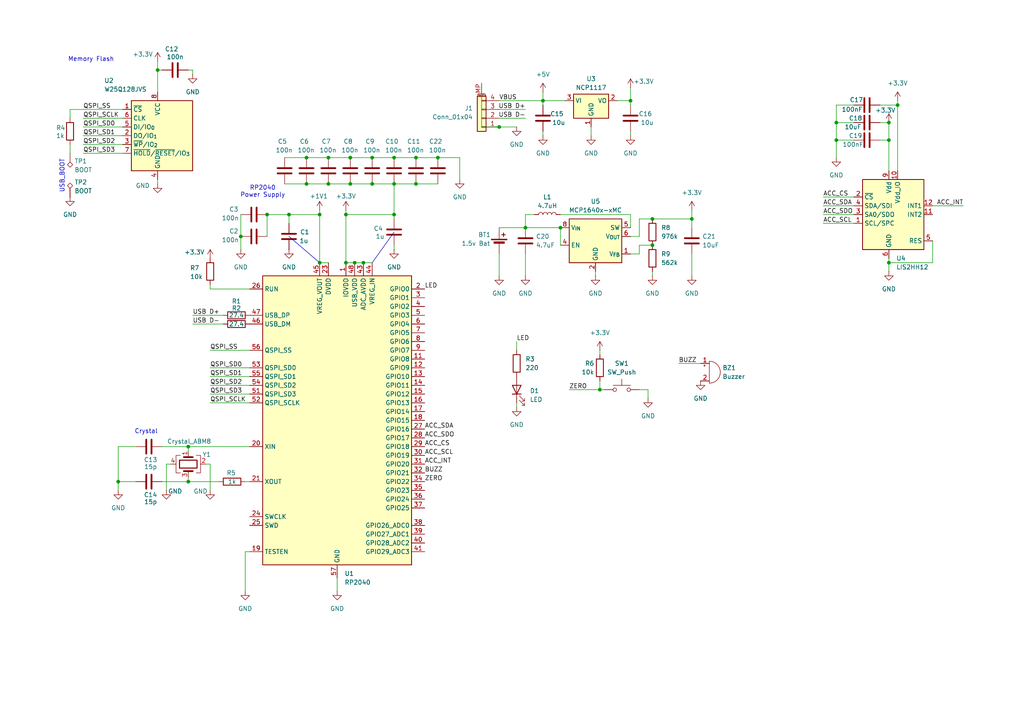
<source format=kicad_sch>
(kicad_sch (version 20250114) (generator "eeschema") (generator_version "9.0")
  (paper "A4")
  (lib_symbols
    (symbol "Connector:TestPoint_Alt" (pin_numbers (hide yes)) (pin_names (offset 0.762) (hide yes))
      (property "Reference" "TP" (at 0 6.858 0))
      (property "Value" "TestPoint_Alt" (at 0 5.08 0))
      (symbol "TestPoint_Alt_0_1"
        (polyline (pts (xy 0 2.54) (xy -0.762 3.302) (xy 0 4.064) (xy 0.762 3.302) (xy 0 2.54)))
      )
      (symbol "TestPoint_Alt_1_1"
        (pin passive line (at 0 0 90) (length 2.54) (name "1") (number "1"))
      )
    )
    (symbol "Connector_Generic_MountingPin:Conn_01x04_MountingPin" (pin_names (offset 1.016) (hide yes))
      (property "Reference" "J" (at 0 5.08 0))
      (property "Value" "Conn_01x04_MountingPin" (at 1.27 -7.62 0))
      (symbol "Conn_01x04_MountingPin_1_1"
        (rectangle (start -1.27 3.81) (end 1.27 -6.35) (stroke (width 0.254)) (fill (type background)))
        (rectangle (start -1.27 2.667) (end 0 2.413) (stroke (width 0.1524)))
        (rectangle (start -1.27 0.127) (end 0 -0.127) (stroke (width 0.1524)))
        (rectangle (start -1.27 -2.413) (end 0 -2.667) (stroke (width 0.1524)))
        (rectangle (start -1.27 -4.953) (end 0 -5.207) (stroke (width 0.1524)))
        (polyline (pts (xy -1.016 -7.112) (xy 1.016 -7.112)) (stroke (width 0.1524)))
        (text "Mounting" (at 0 -6.731 0) (effects (font (size 0.381 0.381))))
        (pin passive line (at -5.08 2.54 0) (length 3.81) (name "Pin_1") (number "1"))
        (pin passive line (at -5.08 0 0) (length 3.81) (name "Pin_2") (number "2"))
        (pin passive line (at -5.08 -2.54 0) (length 3.81) (name "Pin_3") (number "3"))
        (pin passive line (at -5.08 -5.08 0) (length 3.81) (name "Pin_4") (number "4"))
        (pin passive line (at 0 -10.16 90) (length 3.048) (name "MountPin") (number "MP"))
      )
    )
    (symbol "Device:Battery_Cell" (pin_numbers (hide yes)) (pin_names (offset 0) (hide yes))
      (property "Reference" "BT" (at 2.54 2.54 0))
      (property "Value" "Battery_Cell" (at 2.54 0 0))
      (symbol "Battery_Cell_0_1"
        (rectangle (start -2.286 1.778) (end 2.286 1.524) (fill (type outline)))
        (rectangle (start -1.524 1.016) (end 1.524 0.508) (fill (type outline)))
        (polyline (pts (xy 0 1.778) (xy 0 2.54)))
        (polyline (pts (xy 0 0.762) (xy 0 0)))
        (polyline (pts (xy 0.762 3.048) (xy 1.778 3.048)) (stroke (width 0.254)))
        (polyline (pts (xy 1.27 3.556) (xy 1.27 2.54)) (stroke (width 0.254)))
      )
      (symbol "Battery_Cell_1_1"
        (pin passive line (at 0 5.08 270) (length 2.54) (name "+") (number "1"))
        (pin passive line (at 0 -2.54 90) (length 2.54) (name "-") (number "2"))
      )
    )
    (symbol "Device:Buzzer" (pin_names (offset 0.0254) (hide yes))
      (property "Reference" "BZ" (at 3.81 1.27 0))
      (property "Value" "Buzzer" (at 3.81 -1.27 0))
      (symbol "Buzzer_0_1"
        (polyline (pts (xy -1.651 1.905) (xy -1.143 1.905)))
        (polyline (pts (xy -1.397 2.159) (xy -1.397 1.651)))
        (arc (start 0 3.175) (mid 3.1612 0) (end 0 -3.175))
        (polyline (pts (xy 0 3.175) (xy 0 -3.175)))
      )
      (symbol "Buzzer_1_1"
        (pin passive line (at -2.54 2.54 0) (length 2.54) (name "+") (number "1"))
        (pin passive line (at -2.54 -2.54 0) (length 2.54) (name "-") (number "2"))
      )
    )
    (symbol "Device:C" (pin_numbers (hide yes)) (pin_names (offset 0.254))
      (property "Reference" "C" (at 0.635 2.54 0))
      (property "Value" "C" (at 0.635 -2.54 0))
      (symbol "C_0_1"
        (polyline (pts (xy -2.032 0.762) (xy 2.032 0.762)) (stroke (width 0.508)))
        (polyline (pts (xy -2.032 -0.762) (xy 2.032 -0.762)) (stroke (width 0.508)))
      )
      (symbol "C_1_1"
        (pin passive line (at 0 3.81 270) (length 2.794) (name "~") (number "1"))
        (pin passive line (at 0 -3.81 90) (length 2.794) (name "~") (number "2"))
      )
    )
    (symbol "Device:Crystal_GND24" (pin_names (offset 1.016) (hide yes))
      (property "Reference" "Y" (at 3.175 5.08 0))
      (property "Value" "Crystal_GND24" (at 3.175 3.175 0))
      (symbol "Crystal_GND24_0_1"
        (polyline (pts (xy -2.54 2.286) (xy -2.54 3.556) (xy 2.54 3.556) (xy 2.54 2.286)))
        (polyline (pts (xy -2.54 0) (xy -2.032 0)))
        (polyline (pts (xy -2.54 -2.286) (xy -2.54 -3.556) (xy 2.54 -3.556) (xy 2.54 -2.286)))
        (polyline (pts (xy -2.032 -1.27) (xy -2.032 1.27)) (stroke (width 0.508)))
        (rectangle (start -1.143 2.54) (end 1.143 -2.54) (stroke (width 0.3048)))
        (polyline (pts (xy 0 3.556) (xy 0 3.81)))
        (polyline (pts (xy 0 -3.81) (xy 0 -3.556)))
        (polyline (pts (xy 2.032 0) (xy 2.54 0)))
        (polyline (pts (xy 2.032 -1.27) (xy 2.032 1.27)) (stroke (width 0.508)))
      )
      (symbol "Crystal_GND24_1_1"
        (pin passive line (at -3.81 0 0) (length 1.27) (name "1") (number "1"))
        (pin passive line (at 0 5.08 270) (length 1.27) (name "2") (number "2"))
        (pin passive line (at 0 -5.08 90) (length 1.27) (name "4") (number "4"))
        (pin passive line (at 3.81 0 180) (length 1.27) (name "3") (number "3"))
      )
    )
    (symbol "Device:L" (pin_numbers (hide yes)) (pin_names (offset 1.016) (hide yes))
      (property "Reference" "L" (at -1.27 0 90))
      (property "Value" "L" (at 1.905 0 90))
      (symbol "L_0_1"
        (arc (start 0 2.54) (mid 0.6323 1.905) (end 0 1.27))
        (arc (start 0 1.27) (mid 0.6323 0.635) (end 0 0))
        (arc (start 0 0) (mid 0.6323 -0.635) (end 0 -1.27))
        (arc (start 0 -1.27) (mid 0.6323 -1.905) (end 0 -2.54))
      )
      (symbol "L_1_1"
        (pin passive line (at 0 3.81 270) (length 1.27) (name "1") (number "1"))
        (pin passive line (at 0 -3.81 90) (length 1.27) (name "2") (number "2"))
      )
    )
    (symbol "Device:LED" (pin_numbers (hide yes)) (pin_names (offset 1.016) (hide yes))
      (property "Reference" "D" (at 0 2.54 0))
      (property "Value" "LED" (at 0 -2.54 0))
      (symbol "LED_0_1"
        (polyline (pts (xy -3.048 -0.762) (xy -4.572 -2.286) (xy -3.81 -2.286) (xy -4.572 -2.286) (xy -4.572 -1.524)))
        (polyline (pts (xy -1.778 -0.762) (xy -3.302 -2.286) (xy -2.54 -2.286) (xy -3.302 -2.286) (xy -3.302 -1.524)))
        (polyline (pts (xy -1.27 0) (xy 1.27 0)))
        (polyline (pts (xy -1.27 -1.27) (xy -1.27 1.27)) (stroke (width 0.254)))
        (polyline (pts (xy 1.27 -1.27) (xy 1.27 1.27) (xy -1.27 0) (xy 1.27 -1.27)) (stroke (width 0.254)))
      )
      (symbol "LED_1_1"
        (pin passive line (at -3.81 0 0) (length 2.54) (name "K") (number "1"))
        (pin passive line (at 3.81 0 180) (length 2.54) (name "A") (number "2"))
      )
    )
    (symbol "Device:R" (pin_numbers (hide yes)) (pin_names (offset 0))
      (property "Reference" "R" (at 2.032 0 90))
      (property "Value" "R" (at 0 0 90))
      (symbol "R_0_1"
        (rectangle (start -1.016 -2.54) (end 1.016 2.54) (stroke (width 0.254)))
      )
      (symbol "R_1_1"
        (pin passive line (at 0 3.81 270) (length 1.27) (name "~") (number "1"))
        (pin passive line (at 0 -3.81 90) (length 1.27) (name "~") (number "2"))
      )
    )
    (symbol "MCU_RaspberryPi:RP2040"
      (property "Reference" "U" (at 17.78 45.72 0))
      (property "Value" "RP2040" (at 17.78 43.18 0))
      (symbol "RP2040_0_1"
        (rectangle (start -21.59 41.91) (end 21.59 -41.91) (stroke (width 0.254)) (fill (type background)))
      )
      (symbol "RP2040_1_1"
        (pin input line (at -25.4 38.1 0) (length 3.81) (name "RUN") (number "26"))
        (pin bidirectional line (at -25.4 30.48 0) (length 3.81) (name "USB_DP") (number "47"))
        (pin bidirectional line (at -25.4 27.94 0) (length 3.81) (name "USB_DM") (number "46"))
        (pin bidirectional line (at -25.4 20.32 0) (length 3.81) (name "QSPI_SS") (number "56"))
        (pin bidirectional line (at -25.4 15.24 0) (length 3.81) (name "QSPI_SD0") (number "53"))
        (pin bidirectional line (at -25.4 12.7 0) (length 3.81) (name "QSPI_SD1") (number "55"))
        (pin bidirectional line (at -25.4 10.16 0) (length 3.81) (name "QSPI_SD2") (number "54"))
        (pin bidirectional line (at -25.4 7.62 0) (length 3.81) (name "QSPI_SD3") (number "51"))
        (pin output line (at -25.4 5.08 0) (length 3.81) (name "QSPI_SCLK") (number "52"))
        (pin input line (at -25.4 -7.62 0) (length 3.81) (name "XIN") (number "20"))
        (pin passive line (at -25.4 -17.78 0) (length 3.81) (name "XOUT") (number "21"))
        (pin input line (at -25.4 -27.94 0) (length 3.81) (name "SWCLK") (number "24"))
        (pin bidirectional line (at -25.4 -30.48 0) (length 3.81) (name "SWD") (number "25"))
        (pin input line (at -25.4 -38.1 0) (length 3.81) (name "TESTEN") (number "19"))
        (pin power_out line (at -5.08 45.72 270) (length 3.81) (name "VREG_VOUT") (number "45"))
        (pin power_in line (at -2.54 45.72 270) (length 3.81) (name "DVDD") (number "23"))
        (pin passive line (at -2.54 45.72 270) (length 3.81) (hide yes) (name "DVDD") (number "50"))
        (pin power_in line (at 0 -45.72 90) (length 3.81) (name "GND") (number "57"))
        (pin power_in line (at 2.54 45.72 270) (length 3.81) (name "IOVDD") (number "1"))
        (pin passive line (at 2.54 45.72 270) (length 3.81) (hide yes) (name "IOVDD") (number "10"))
        (pin passive line (at 2.54 45.72 270) (length 3.81) (hide yes) (name "IOVDD") (number "22"))
        (pin passive line (at 2.54 45.72 270) (length 3.81) (hide yes) (name "IOVDD") (number "33"))
        (pin passive line (at 2.54 45.72 270) (length 3.81) (hide yes) (name "IOVDD") (number "42"))
        (pin passive line (at 2.54 45.72 270) (length 3.81) (hide yes) (name "IOVDD") (number "49"))
        (pin power_in line (at 5.08 45.72 270) (length 3.81) (name "USB_VDD") (number "48"))
        (pin power_in line (at 7.62 45.72 270) (length 3.81) (name "ADC_AVDD") (number "43"))
        (pin power_in line (at 10.16 45.72 270) (length 3.81) (name "VREG_IN") (number "44"))
        (pin bidirectional line (at 25.4 38.1 180) (length 3.81) (name "GPIO0") (number "2"))
        (pin bidirectional line (at 25.4 35.56 180) (length 3.81) (name "GPIO1") (number "3"))
        (pin bidirectional line (at 25.4 33.02 180) (length 3.81) (name "GPIO2") (number "4"))
        (pin bidirectional line (at 25.4 30.48 180) (length 3.81) (name "GPIO3") (number "5"))
        (pin bidirectional line (at 25.4 27.94 180) (length 3.81) (name "GPIO4") (number "6"))
        (pin bidirectional line (at 25.4 25.4 180) (length 3.81) (name "GPIO5") (number "7"))
        (pin bidirectional line (at 25.4 22.86 180) (length 3.81) (name "GPIO6") (number "8"))
        (pin bidirectional line (at 25.4 20.32 180) (length 3.81) (name "GPIO7") (number "9"))
        (pin bidirectional line (at 25.4 17.78 180) (length 3.81) (name "GPIO8") (number "11"))
        (pin bidirectional line (at 25.4 15.24 180) (length 3.81) (name "GPIO9") (number "12"))
        (pin bidirectional line (at 25.4 12.7 180) (length 3.81) (name "GPIO10") (number "13"))
        (pin bidirectional line (at 25.4 10.16 180) (length 3.81) (name "GPIO11") (number "14"))
        (pin bidirectional line (at 25.4 7.62 180) (length 3.81) (name "GPIO12") (number "15"))
        (pin bidirectional line (at 25.4 5.08 180) (length 3.81) (name "GPIO13") (number "16"))
        (pin bidirectional line (at 25.4 2.54 180) (length 3.81) (name "GPIO14") (number "17"))
        (pin bidirectional line (at 25.4 0 180) (length 3.81) (name "GPIO15") (number "18"))
        (pin bidirectional line (at 25.4 -2.54 180) (length 3.81) (name "GPIO16") (number "27"))
        (pin bidirectional line (at 25.4 -5.08 180) (length 3.81) (name "GPIO17") (number "28"))
        (pin bidirectional line (at 25.4 -7.62 180) (length 3.81) (name "GPIO18") (number "29"))
        (pin bidirectional line (at 25.4 -10.16 180) (length 3.81) (name "GPIO19") (number "30"))
        (pin bidirectional line (at 25.4 -12.7 180) (length 3.81) (name "GPIO20") (number "31"))
        (pin bidirectional line (at 25.4 -15.24 180) (length 3.81) (name "GPIO21") (number "32"))
        (pin bidirectional line (at 25.4 -17.78 180) (length 3.81) (name "GPIO22") (number "34"))
        (pin bidirectional line (at 25.4 -20.32 180) (length 3.81) (name "GPIO23") (number "35"))
        (pin bidirectional line (at 25.4 -22.86 180) (length 3.81) (name "GPIO24") (number "36"))
        (pin bidirectional line (at 25.4 -25.4 180) (length 3.81) (name "GPIO25") (number "37"))
        (pin bidirectional line (at 25.4 -30.48 180) (length 3.81) (name "GPIO26_ADC0") (number "38"))
        (pin bidirectional line (at 25.4 -33.02 180) (length 3.81) (name "GPIO27_ADC1") (number "39"))
        (pin bidirectional line (at 25.4 -35.56 180) (length 3.81) (name "GPIO28_ADC2") (number "40"))
        (pin bidirectional line (at 25.4 -38.1 180) (length 3.81) (name "GPIO29_ADC3") (number "41"))
      )
    )
    (symbol "Memory_Flash:W25Q128JVS"
      (property "Reference" "U" (at -6.35 11.43 0))
      (property "Value" "W25Q128JVS" (at 7.62 11.43 0))
      (symbol "W25Q128JVS_0_1"
        (rectangle (start -7.62 10.16) (end 10.16 -10.16) (stroke (width 0.254)) (fill (type background)))
      )
      (symbol "W25Q128JVS_1_1"
        (pin input line (at -10.16 7.62 0) (length 2.54) (name "~{CS}") (number "1"))
        (pin input line (at -10.16 5.08 0) (length 2.54) (name "CLK") (number "6"))
        (pin bidirectional line (at -10.16 2.54 0) (length 2.54) (name "DI/IO_{0}") (number "5"))
        (pin bidirectional line (at -10.16 0 0) (length 2.54) (name "DO/IO_{1}") (number "2"))
        (pin bidirectional line (at -10.16 -2.54 0) (length 2.54) (name "~{WP}/IO_{2}") (number "3"))
        (pin bidirectional line (at -10.16 -5.08 0) (length 2.54) (name "~{HOLD}/~{RESET}/IO_{3}") (number "7"))
        (pin power_in line (at 0 12.7 270) (length 2.54) (name "VCC") (number "8"))
        (pin power_in line (at 0 -12.7 90) (length 2.54) (name "GND") (number "4"))
      )
    )
    (symbol "Regulator_Linear:NCP1117-3.3_SOT223"
      (property "Reference" "U" (at -3.81 3.175 0))
      (property "Value" "NCP1117-3.3_SOT223" (at 0 3.175 0))
      (symbol "NCP1117-3.3_SOT223_0_1"
        (rectangle (start -5.08 -5.08) (end 5.08 1.905) (stroke (width 0.254)) (fill (type background)))
      )
      (symbol "NCP1117-3.3_SOT223_1_1"
        (pin power_in line (at -7.62 0 0) (length 2.54) (name "VI") (number "3"))
        (pin power_in line (at 0 -7.62 90) (length 2.54) (name "GND") (number "1"))
        (pin power_out line (at 7.62 0 180) (length 2.54) (name "VO") (number "2"))
      )
    )
    (symbol "Regulator_Switching:MCP1640x-xMC"
      (property "Reference" "U" (at -7.62 8.89 0))
      (property "Value" "MCP1640x-xMC" (at 0 8.89 0))
      (symbol "MCP1640x-xMC_0_1"
        (rectangle (start -7.62 7.62) (end 7.62 -5.08) (stroke (width 0.254)) (fill (type background)))
      )
      (symbol "MCP1640x-xMC_1_1"
        (pin power_in line (at -10.16 5.08 0) (length 2.54) (name "V_{IN}") (number "8"))
        (pin input line (at -10.16 0 0) (length 2.54) (name "EN") (number "4"))
        (pin power_in line (at 0 -7.62 90) (length 2.54) (name "GND") (number "2"))
        (pin passive line (at 0 -7.62 90) (length 2.54) (hide yes) (name "GND") (number "3"))
        (pin passive line (at 0 -7.62 90) (length 2.54) (hide yes) (name "GND") (number "9"))
        (pin input line (at 10.16 5.08 180) (length 2.54) (name "SW") (number "5"))
        (pin power_out line (at 10.16 2.54 180) (length 2.54) (name "V_{OUT}") (number "6"))
        (pin passive line (at 10.16 2.54 180) (length 2.54) (hide yes) (name "V_{OUT}") (number "7"))
        (pin input line (at 10.16 -2.54 180) (length 2.54) (name "V_{FB}") (number "1"))
      )
    )
    (symbol "Sensor_Motion:LIS2HH12"
      (property "Reference" "U" (at -5.08 11.43 0))
      (property "Value" "LIS2HH12" (at 3.81 11.43 0))
      (symbol "LIS2HH12_0_1"
        (rectangle (start -7.62 10.16) (end 10.16 -10.16) (stroke (width 0.254)) (fill (type background)))
      )
      (symbol "LIS2HH12_1_1"
        (pin input line (at -10.16 5.08 0) (length 2.54) (name "~{CS}") (number "2"))
        (pin bidirectional line (at -10.16 2.54 0) (length 2.54) (name "SDA/SDI") (number "4"))
        (pin bidirectional line (at -10.16 0 0) (length 2.54) (name "SA0/SDO") (number "3"))
        (pin input line (at -10.16 -2.54 0) (length 2.54) (name "SCL/SPC") (number "1"))
        (pin power_in line (at 0 12.7 270) (length 2.54) (name "Vdd") (number "9"))
        (pin power_in line (at 0 -12.7 90) (length 2.54) (name "GND") (number "6"))
        (pin passive line (at 0 -12.7 90) (length 2.54) (hide yes) (name "GND") (number "7"))
        (pin passive line (at 0 -12.7 90) (length 2.54) (hide yes) (name "GND") (number "8"))
        (pin power_in line (at 2.54 12.7 270) (length 2.54) (name "Vdd_IO") (number "10"))
        (pin output line (at 12.7 2.54 180) (length 2.54) (name "INT1") (number "12"))
        (pin output line (at 12.7 0 180) (length 2.54) (name "INT2") (number "11"))
        (pin passive line (at 12.7 -7.62 180) (length 2.54) (name "RES") (number "5"))
      )
    )
    (symbol "Switch:SW_Push" (pin_numbers (hide yes)) (pin_names (offset 1.016) (hide yes))
      (property "Reference" "SW" (at 1.27 2.54 0))
      (property "Value" "SW_Push" (at 0 -1.524 0))
      (symbol "SW_Push_0_1"
        (circle (center -2.032 0) (radius 0.508))
        (polyline (pts (xy 0 1.27) (xy 0 3.048)))
        (circle (center 2.032 0) (radius 0.508))
        (polyline (pts (xy 2.54 1.27) (xy -2.54 1.27)))
        (pin passive line (at -5.08 0 0) (length 2.54) (name "1") (number "1"))
        (pin passive line (at 5.08 0 180) (length 2.54) (name "2") (number "2"))
      )
    )
    (symbol "power:+1V1" (power) (pin_numbers (hide yes)) (pin_names (offset 0) (hide yes))
      (property "Value" "+1V1" (at 0 3.556 0))
      (symbol "+1V1_0_1"
        (polyline (pts (xy -0.762 1.27) (xy 0 2.54)))
        (polyline (pts (xy 0 2.54) (xy 0.762 1.27)))
        (polyline (pts (xy 0 0) (xy 0 2.54)))
      )
      (symbol "+1V1_1_1"
        (pin power_in line (at 0 0 90) (length 0) (name "~") (number "1"))
      )
    )
    (symbol "power:+3.3V" (power) (pin_numbers (hide yes)) (pin_names (offset 0) (hide yes))
      (property "Value" "+3.3V" (at 0 3.556 0))
      (symbol "+3.3V_0_1"
        (polyline (pts (xy -0.762 1.27) (xy 0 2.54)))
        (polyline (pts (xy 0 2.54) (xy 0.762 1.27)))
        (polyline (pts (xy 0 0) (xy 0 2.54)))
      )
      (symbol "+3.3V_1_1"
        (pin power_in line (at 0 0 90) (length 0) (name "~") (number "1"))
      )
    )
    (symbol "power:+5V" (power) (pin_numbers (hide yes)) (pin_names (offset 0) (hide yes))
      (property "Value" "+5V" (at 0 3.556 0))
      (symbol "+5V_0_1"
        (polyline (pts (xy -0.762 1.27) (xy 0 2.54)))
        (polyline (pts (xy 0 2.54) (xy 0.762 1.27)))
        (polyline (pts (xy 0 0) (xy 0 2.54)))
      )
      (symbol "+5V_1_1"
        (pin power_in line (at 0 0 90) (length 0) (name "~") (number "1"))
      )
    )
    (symbol "power:GND" (power) (pin_numbers (hide yes)) (pin_names (offset 0) (hide yes))
      (property "Value" "GND" (at 0 -3.81 0))
      (symbol "GND_0_1"
        (polyline (pts (xy 0 0) (xy 0 -1.27) (xy 1.27 -1.27) (xy 0 -2.54) (xy -1.27 -1.27) (xy 0 -1.27)))
      )
      (symbol "GND_1_1"
        (pin power_in line (at 0 0 270) (length 0) (name "~") (number "1"))
      )
    )
  )
  (text "RP2040\nPower Supply" (at 76.2 55.626 0) (effects (font (size 1.27 1.27))))
  (text "Crystal" (at 42.418 125.222 0) (effects (font (size 1.27 1.27))))
  (text "Memory Flash" (at 26.416 17.272 0) (effects (font (size 1.27 1.27))))
  (text "USB_BOOT" (at 18.034 51.054 90) (effects (font (size 1.27 1.27))))
  (junction (at 114.3 62.23))
  (junction (at 144.78 36.83))
  (junction (at 101.6 45.72))
  (junction (at 242.57 35.56))
  (junction (at 88.9 45.72))
  (junction (at 102.87 76.2))
  (junction (at 45.72 20.32))
  (junction (at 107.95 45.72))
  (junction (at 257.81 35.56))
  (junction (at 83.82 62.23))
  (junction (at 200.66 63.5))
  (junction (at 69.85 68.58))
  (junction (at 114.3 53.34))
  (junction (at 100.33 76.2))
  (junction (at 54.61 129.54))
  (junction (at 88.9 53.34))
  (junction (at 257.81 40.64))
  (junction (at 257.81 76.2))
  (junction (at 173.99 113.03))
  (junction (at 157.48 29.21))
  (junction (at 162.56 66.04))
  (junction (at 95.25 53.34))
  (junction (at 182.88 29.21))
  (junction (at 114.3 45.72))
  (junction (at 120.65 53.34))
  (junction (at 101.6 53.34))
  (junction (at 34.29 139.7))
  (junction (at 77.47 62.23))
  (junction (at 120.65 45.72))
  (junction (at 242.57 40.64))
  (junction (at 92.71 76.2))
  (junction (at 189.23 63.5))
  (junction (at 107.95 53.34))
  (junction (at 54.61 139.7))
  (junction (at 260.35 30.48))
  (junction (at 127 45.72))
  (junction (at 152.4 66.04))
  (junction (at 105.41 76.2))
  (junction (at 95.25 45.72))
  (junction (at 100.33 62.23))
  (junction (at 189.23 71.12))
  (junction (at 92.71 62.23))
  (wire (pts (xy 100.33 62.23) (xy 100.33 76.2)))
  (wire (pts (xy 20.32 31.75) (xy 35.56 31.75)))
  (wire (pts (xy 127 45.72) (xy 120.65 45.72)))
  (wire (pts (xy 247.65 30.48) (xy 242.57 30.48)))
  (wire (pts (xy 157.48 26.67) (xy 157.48 29.21)))
  (wire (pts (xy 107.95 45.72) (xy 114.3 45.72)))
  (wire (pts (xy 55.88 91.44) (xy 64.77 91.44)))
  (wire (pts (xy 54.61 20.32) (xy 55.88 20.32)))
  (wire (pts (xy 152.4 66.04) (xy 162.56 66.04)))
  (wire (pts (xy 60.96 82.55) (xy 60.96 83.82)))
  (wire (pts (xy 157.48 29.21) (xy 163.83 29.21)))
  (wire (pts (xy 46.99 139.7) (xy 54.61 139.7)))
  (wire (pts (xy 54.61 129.54) (xy 72.39 129.54)))
  (wire (pts (xy 270.51 76.2) (xy 257.81 76.2)))
  (wire (pts (xy 173.99 101.6) (xy 173.99 102.87)))
  (wire (pts (xy 24.13 44.45) (xy 35.56 44.45)))
  (wire (pts (xy 114.3 62.23) (xy 114.3 63.5)))
  (wire (pts (xy 242.57 30.48) (xy 242.57 35.56)))
  (wire (pts (xy 182.88 38.1) (xy 182.88 39.37)))
  (wire (pts (xy 144.78 36.83) (xy 149.86 36.83)))
  (wire (pts (xy 257.81 76.2) (xy 257.81 74.93)))
  (wire (pts (xy 20.32 44.45) (xy 20.32 41.91)))
  (wire (pts (xy 257.81 78.74) (xy 257.81 76.2)))
  (wire (pts (xy 200.66 73.66) (xy 200.66 80.01)))
  (wire (pts (xy 238.76 64.77) (xy 247.65 64.77)))
  (wire (pts (xy 54.61 139.7) (xy 63.5 139.7)))
  (wire (pts (xy 24.13 41.91) (xy 35.56 41.91)))
  (wire (pts (xy 185.42 63.5) (xy 185.42 68.58)))
  (wire (pts (xy 242.57 40.64) (xy 242.57 45.72)))
  (wire (pts (xy 260.35 30.48) (xy 260.35 49.53)))
  (wire (pts (xy 257.81 35.56) (xy 257.81 40.64)))
  (wire (pts (xy 60.96 83.82) (xy 72.39 83.82)))
  (wire (pts (xy 60.96 114.3) (xy 72.39 114.3)))
  (wire (pts (xy 200.66 63.5) (xy 200.66 66.04)))
  (wire (pts (xy 69.85 62.23) (xy 69.85 68.58)))
  (wire (pts (xy 55.88 20.32) (xy 55.88 21.59)))
  (wire (pts (xy 162.56 66.04) (xy 162.56 71.12)))
  (wire (pts (xy 270.51 59.69) (xy 279.4 59.69)))
  (wire (pts (xy 238.76 57.15) (xy 247.65 57.15)))
  (wire (pts (xy 107.95 53.34) (xy 114.3 53.34)))
  (wire (pts (xy 114.3 53.34) (xy 114.3 62.23)))
  (wire (pts (xy 71.12 160.02) (xy 72.39 160.02)))
  (wire (pts (xy 48.26 134.62) (xy 49.53 134.62)))
  (wire (pts (xy 173.99 110.49) (xy 173.99 113.03)))
  (wire (pts (xy 46.99 129.54) (xy 54.61 129.54)))
  (wire (pts (xy 149.86 99.06) (xy 149.86 101.6)))
  (wire (pts (xy 60.96 101.6) (xy 72.39 101.6)))
  (wire (pts (xy 82.55 45.72) (xy 88.9 45.72)))
  (wire (pts (xy 71.12 171.45) (xy 71.12 160.02)))
  (wire (pts (xy 185.42 68.58) (xy 182.88 68.58)))
  (wire (pts (xy 120.65 53.34) (xy 127 53.34)))
  (wire (pts (xy 92.71 62.23) (xy 92.71 76.2)))
  (wire (pts (xy 54.61 130.81) (xy 54.61 129.54)))
  (wire (pts (xy 82.55 53.34) (xy 88.9 53.34)))
  (wire (pts (xy 71.12 139.7) (xy 72.39 139.7)))
  (wire (pts (xy 24.13 39.37) (xy 35.56 39.37)))
  (wire (pts (xy 60.96 109.22) (xy 72.39 109.22)))
  (wire (pts (xy 55.88 93.98) (xy 64.77 93.98)))
  (wire (pts (xy 77.47 62.23) (xy 77.47 68.58)))
  (wire (pts (xy 83.82 62.23) (xy 92.71 62.23)))
  (wire (pts (xy 185.42 113.03) (xy 187.96 113.03)))
  (wire (pts (xy 77.47 62.23) (xy 83.82 62.23)))
  (wire (pts (xy 139.7 36.83) (xy 144.78 36.83)))
  (wire (pts (xy 152.4 62.23) (xy 154.94 62.23)))
  (wire (pts (xy 92.71 60.96) (xy 92.71 62.23)))
  (wire (pts (xy 165.1 113.03) (xy 173.99 113.03)))
  (wire (pts (xy 101.6 53.34) (xy 107.95 53.34)))
  (wire (pts (xy 200.66 60.96) (xy 200.66 63.5)))
  (polyline (pts (xy 92.71 76.2) (xy 92.71 76.2)))
  (wire (pts (xy 175.26 113.03) (xy 173.99 113.03)))
  (wire (pts (xy 34.29 139.7) (xy 39.37 139.7)))
  (wire (pts (xy 102.87 76.2) (xy 105.41 76.2)))
  (wire (pts (xy 182.88 29.21) (xy 179.07 29.21)))
  (wire (pts (xy 187.96 113.03) (xy 187.96 115.57)))
  (wire (pts (xy 120.65 45.72) (xy 114.3 45.72)))
  (wire (pts (xy 185.42 73.66) (xy 182.88 73.66)))
  (wire (pts (xy 260.35 29.21) (xy 260.35 30.48)))
  (wire (pts (xy 255.27 40.64) (xy 257.81 40.64)))
  (wire (pts (xy 238.76 62.23) (xy 247.65 62.23)))
  (wire (pts (xy 189.23 63.5) (xy 200.66 63.5)))
  (wire (pts (xy 255.27 30.48) (xy 260.35 30.48)))
  (wire (pts (xy 95.25 45.72) (xy 101.6 45.72)))
  (wire (pts (xy 92.71 76.2) (xy 95.25 76.2)))
  (wire (pts (xy 157.48 30.48) (xy 157.48 29.21)))
  (wire (pts (xy 257.81 40.64) (xy 257.81 49.53)))
  (wire (pts (xy 157.48 29.21) (xy 144.78 29.21)))
  (wire (pts (xy 182.88 30.48) (xy 182.88 29.21)))
  (wire (pts (xy 34.29 142.24) (xy 34.29 139.7)))
  (wire (pts (xy 54.61 139.7) (xy 54.61 138.43)))
  (wire (pts (xy 60.96 134.62) (xy 59.69 134.62)))
  (wire (pts (xy 60.96 111.76) (xy 72.39 111.76)))
  (wire (pts (xy 242.57 35.56) (xy 247.65 35.56)))
  (wire (pts (xy 144.78 31.75) (xy 152.4 31.75)))
  (wire (pts (xy 144.78 80.01) (xy 144.78 73.66)))
  (wire (pts (xy 100.33 62.23) (xy 114.3 62.23)))
  (wire (pts (xy 83.82 62.23) (xy 83.82 64.77)))
  (wire (pts (xy 162.56 62.23) (xy 182.88 62.23)))
  (wire (pts (xy 270.51 69.85) (xy 270.51 76.2)))
  (wire (pts (xy 144.78 34.29) (xy 152.4 34.29)))
  (wire (pts (xy 189.23 80.01) (xy 189.23 78.74)))
  (wire (pts (xy 45.72 17.78) (xy 45.72 20.32)))
  (wire (pts (xy 101.6 45.72) (xy 107.95 45.72)))
  (wire (pts (xy 149.86 118.11) (xy 149.86 116.84)))
  (wire (pts (xy 105.41 76.2) (xy 107.95 76.2)))
  (wire (pts (xy 48.26 142.24) (xy 48.26 134.62)))
  (wire (pts (xy 114.3 53.34) (xy 120.65 53.34)))
  (polyline (pts (xy 107.95 76.2) (xy 114.3 67.31)))
  (wire (pts (xy 45.72 53.34) (xy 45.72 52.07)))
  (wire (pts (xy 139.7 24.13) (xy 139.7 36.83)))
  (wire (pts (xy 255.27 35.56) (xy 257.81 35.56)))
  (wire (pts (xy 196.85 105.41) (xy 203.2 105.41)))
  (wire (pts (xy 34.29 129.54) (xy 34.29 139.7)))
  (wire (pts (xy 242.57 40.64) (xy 247.65 40.64)))
  (wire (pts (xy 172.72 78.74) (xy 172.72 80.01)))
  (wire (pts (xy 24.13 34.29) (xy 35.56 34.29)))
  (wire (pts (xy 24.13 36.83) (xy 35.56 36.83)))
  (wire (pts (xy 133.35 45.72) (xy 127 45.72)))
  (wire (pts (xy 144.78 66.04) (xy 152.4 66.04)))
  (wire (pts (xy 45.72 20.32) (xy 46.99 20.32)))
  (wire (pts (xy 88.9 53.34) (xy 95.25 53.34)))
  (wire (pts (xy 34.29 129.54) (xy 39.37 129.54)))
  (wire (pts (xy 185.42 63.5) (xy 189.23 63.5)))
  (wire (pts (xy 242.57 35.56) (xy 242.57 40.64)))
  (wire (pts (xy 133.35 45.72) (xy 133.35 52.07)))
  (wire (pts (xy 157.48 39.37) (xy 157.48 38.1)))
  (wire (pts (xy 185.42 71.12) (xy 189.23 71.12)))
  (wire (pts (xy 45.72 20.32) (xy 45.72 26.67)))
  (wire (pts (xy 182.88 62.23) (xy 182.88 66.04)))
  (wire (pts (xy 20.32 34.29) (xy 20.32 31.75)))
  (wire (pts (xy 238.76 59.69) (xy 247.65 59.69)))
  (wire (pts (xy 185.42 71.12) (xy 185.42 73.66)))
  (wire (pts (xy 97.79 171.45) (xy 97.79 167.64)))
  (wire (pts (xy 100.33 76.2) (xy 102.87 76.2)))
  (wire (pts (xy 152.4 80.01) (xy 152.4 73.66)))
  (wire (pts (xy 182.88 25.4) (xy 182.88 29.21)))
  (wire (pts (xy 60.96 116.84) (xy 72.39 116.84)))
  (wire (pts (xy 152.4 62.23) (xy 152.4 66.04)))
  (wire (pts (xy 95.25 53.34) (xy 101.6 53.34)))
  (wire (pts (xy 60.96 106.68) (xy 72.39 106.68)))
  (wire (pts (xy 69.85 68.58) (xy 69.85 72.39)))
  (polyline (pts (xy 83.82 68.58) (xy 92.71 76.2)))
  (wire (pts (xy 171.45 36.83) (xy 171.45 39.37)))
  (wire (pts (xy 60.96 142.24) (xy 60.96 134.62)))
  (wire (pts (xy 100.33 60.96) (xy 100.33 62.23)))
  (wire (pts (xy 88.9 45.72) (xy 95.25 45.72)))
  (wire (pts (xy 114.3 71.12) (xy 114.3 72.39)))
  (label "BUZZ" (at 123.19 137.16 0))
  (label "QSPI_SS" (at 24.13 31.75 0))
  (label "ACC_INT" (at 123.19 134.62 0))
  (label "BUZZ" (at 196.85 105.41 0))
  (label "QSPI_SS" (at 60.96 101.6 0))
  (label "LED" (at 149.86 99.06 0))
  (label "ACC_CS" (at 123.19 129.54 0))
  (label "ACC_SDA" (at 123.19 124.46 0))
  (label "QSPI_SD0" (at 60.96 106.68 0))
  (label "QSPI_SD2" (at 24.13 41.91 0))
  (label "USB D+" (at 152.4 31.75 180))
  (label "QSPI_SD3" (at 60.96 114.3 0))
  (label "ACC_SDO" (at 123.19 127 0))
  (label "ACC_SCL" (at 123.19 132.08 0))
  (label "QSPI_SD1" (at 24.13 39.37 0))
  (label "QSPI_SCLK" (at 24.13 34.29 0))
  (label "ACC_CS" (at 238.76 57.15 0))
  (label "QSPI_SD0" (at 24.13 36.83 0))
  (label "QSPI_SD2" (at 60.96 111.76 0))
  (label "LED" (at 123.19 83.82 0))
  (label "QSPI_SCLK" (at 60.96 116.84 0))
  (label "ACC_SDO" (at 238.76 62.23 0))
  (label "USB D-" (at 55.88 93.98 0))
  (label "ZERO" (at 165.1 113.03 0))
  (label "ACC_INT" (at 279.4 59.69 180))
  (label "QSPI_SD3" (at 24.13 44.45 0))
  (label "USB D-" (at 152.4 34.29 180))
  (label "QSPI_SD1" (at 60.96 109.22 0))
  (label "ACC_SDA" (at 238.76 59.69 0))
  (label "ACC_SCL" (at 238.76 64.77 0))
  (label "USB D+" (at 55.88 91.44 0))
  (label "ZERO" (at 123.19 139.7 0))
  (label "VBUS" (at 144.78 29.21 0))
  (symbol (lib_id "Regulator_Linear:NCP1117-3.3_SOT223") (at 171.45 29.21 0) (unit 1)
    (property "Reference" "U3" (at 171.45 22.86 0))
    (property "Value" "NCP1117" (at 171.45 25.4 0))
    (property "Footprint" "Package_TO_SOT_SMD:SOT-223-3_TabPin2" (effects (hide yes)))
    (property "Datasheet" "http://www.onsemi.com/pub_link/Collateral/NCP1117-D.PDF" (effects (hide yes)))
    (property "Description" "1A Low drop-out regulator, Fixed Output 3.3V, SOT-223" (effects (hide yes)))
  )
  (symbol (lib_id "Device:C") (at 114.3 67.31 180) (unit 1)
    (property "Reference" "C4" (at 109.728 66.294 0))
    (property "Value" "1u" (at 110.236 68.58 0))
    (property "Footprint" "Capacitor_SMD:C_0402_1005Metric" (effects (hide yes)))
    (property "Description" "Unpolarized capacitor" (effects (hide yes)))
  )
  (symbol (lib_id "Device:C") (at 73.66 62.23 90) (unit 1)
    (property "Reference" "C3" (at 67.818 60.706 90))
    (property "Value" "100n" (at 66.802 63.246 90))
    (property "Footprint" "Capacitor_SMD:C_0402_1005Metric" (effects (hide yes)))
    (property "Description" "Unpolarized capacitor" (effects (hide yes)))
  )
  (symbol (lib_id "Device:C") (at 152.4 69.85 0) (unit 1)
    (property "Reference" "C20" (at 155.448 68.58 0) (effects (justify left)))
    (property "Value" "4.7uF" (at 155.448 71.12 0) (effects (justify left)))
    (property "Footprint" "Capacitor_SMD:C_0402_1005Metric" (effects (hide yes)))
    (property "Description" "Unpolarized capacitor" (effects (hide yes)))
  )
  (symbol (lib_id "Device:C") (at 95.25 49.53 180) (unit 1)
    (property "Reference" "C7" (at 94.615 41.021 0))
    (property "Value" "100n" (at 95.123 43.561 0))
    (property "Footprint" "Capacitor_SMD:C_0402_1005Metric" (effects (hide yes)))
    (property "Description" "Unpolarized capacitor" (effects (hide yes)))
  )
  (symbol (lib_id "Device:Battery_Cell") (at 144.78 71.12 0) (unit 1)
    (property "Reference" "BT1" (at 138.684 68.072 0) (effects (justify left)))
    (property "Value" "1.5v Bat" (at 133.858 70.612 0) (effects (justify left)))
    (property "Footprint" "Battery:BatteryHolder_Keystone_2998_1x6.8mm" (effects (hide yes)))
    (property "Description" "Single-cell battery" (effects (hide yes)))
  )
  (symbol (lib_id "power:+3.3V") (at 100.33 60.96 0) (unit 1)
    (property "Reference" "#PWR028" (effects (hide yes)))
    (property "Value" "+3.3V" (at 100.33 56.896 0))
    (property "Description" "Power symbol creates a global label with name \"+3.3V\"" (effects (hide yes)))
  )
  (symbol (lib_id "power:GND") (at 200.66 80.01 0) (unit 1)
    (property "Reference" "#PWR017" (effects (hide yes)))
    (property "Value" "GND" (at 200.66 85.09 0))
    (property "Description" "Power symbol creates a global label with name \"GND\" , ground" (effects (hide yes)))
  )
  (symbol (lib_id "power:GND") (at 189.23 80.01 0) (unit 1)
    (property "Reference" "#PWR014" (effects (hide yes)))
    (property "Value" "GND" (at 189.23 85.09 0))
    (property "Description" "Power symbol creates a global label with name \"GND\" , ground" (effects (hide yes)))
  )
  (symbol (lib_id "power:GND") (at 55.88 21.59 0) (unit 1)
    (property "Reference" "#PWR040" (effects (hide yes)))
    (property "Value" "GND" (at 55.88 26.67 0))
    (property "Description" "Power symbol creates a global label with name \"GND\" , ground" (effects (hide yes)))
  )
  (symbol (lib_id "Device:C") (at 43.18 139.7 90) (unit 1)
    (property "Reference" "C14" (at 43.688 143.51 90))
    (property "Value" "15p" (at 43.688 145.542 90))
    (property "Footprint" "Capacitor_SMD:C_0402_1005Metric" (effects (hide yes)))
    (property "Description" "Unpolarized capacitor" (effects (hide yes)))
  )
  (symbol (lib_id "power:GND") (at 60.96 142.24 0) (unit 1)
    (property "Reference" "#PWR042" (effects (hide yes)))
    (property "Value" "GND" (at 58.166 142.494 0))
    (property "Description" "Power symbol creates a global label with name \"GND\" , ground" (effects (hide yes)))
  )
  (symbol (lib_id "power:GND") (at 149.86 118.11 0) (unit 1)
    (property "Reference" "#PWR02" (effects (hide yes)))
    (property "Value" "GND" (at 149.86 123.19 0))
    (property "Description" "Power symbol creates a global label with name \"GND\" , ground" (effects (hide yes)))
  )
  (symbol (lib_id "Device:R") (at 68.58 91.44 270) (unit 1)
    (property "Reference" "R1" (at 68.58 87.376 90))
    (property "Value" "27.4" (at 68.58 91.44 90))
    (property "Footprint" "Resistor_SMD:R_0402_1005Metric" (effects (hide yes)))
    (property "Description" "Resistor" (effects (hide yes)))
  )
  (symbol (lib_id "power:+1V1") (at 92.71 60.96 0) (unit 1)
    (property "Reference" "#PWR030" (effects (hide yes)))
    (property "Value" "+1V1" (at 92.456 56.896 0))
    (property "Description" "Power symbol creates a global label with name \"+1V1\"" (effects (hide yes)))
  )
  (symbol (lib_id "power:GND") (at 187.96 115.57 0) (unit 1)
    (property "Reference" "#PWR06" (effects (hide yes)))
    (property "Value" "GND" (at 187.96 120.65 0))
    (property "Description" "Power symbol creates a global label with name \"GND\" , ground" (effects (hide yes)))
  )
  (symbol (lib_id "power:GND") (at 97.79 171.45 0) (unit 1)
    (property "Reference" "#PWR018" (effects (hide yes)))
    (property "Value" "GND" (at 97.79 176.53 0))
    (property "Description" "Power symbol creates a global label with name \"GND\" , ground" (effects (hide yes)))
  )
  (symbol (lib_id "power:GND") (at 172.72 80.01 0) (unit 1)
    (property "Reference" "#PWR09" (effects (hide yes)))
    (property "Value" "GND" (at 172.72 85.09 0))
    (property "Description" "Power symbol creates a global label with name \"GND\" , ground" (effects (hide yes)))
  )
  (symbol (lib_id "Device:C") (at 73.66 68.58 90) (unit 1)
    (property "Reference" "C2" (at 67.818 67.056 90))
    (property "Value" "100n" (at 66.802 69.596 90))
    (property "Footprint" "Capacitor_SMD:C_0402_1005Metric" (effects (hide yes)))
    (property "Description" "Unpolarized capacitor" (effects (hide yes)))
  )
  (symbol (lib_id "Device:R") (at 189.23 74.93 0) (unit 1)
    (property "Reference" "R9" (at 191.77 73.6599 0) (effects (justify left)))
    (property "Value" "562k" (at 191.77 76.1999 0) (effects (justify left)))
    (property "Footprint" "Resistor_SMD:R_0402_1005Metric" (effects (hide yes)))
    (property "Description" "Resistor" (effects (hide yes)))
  )
  (symbol (lib_id "power:+3.3V") (at 257.81 35.56 0) (unit 1)
    (property "Reference" "#PWR019" (effects (hide yes)))
    (property "Value" "+3.3V" (at 256.794 32.004 0))
    (property "Description" "Power symbol creates a global label with name \"+3.3V\"" (effects (hide yes)))
  )
  (symbol (lib_id "power:GND") (at 171.45 39.37 0) (unit 1)
    (property "Reference" "#PWR022" (effects (hide yes)))
    (property "Value" "GND" (at 171.45 44.45 0))
    (property "Description" "Power symbol creates a global label with name \"GND\" , ground" (effects (hide yes)))
  )
  (symbol (lib_id "Device:C") (at 251.46 30.48 90) (unit 1)
    (property "Reference" "C17" (at 248.412 28.956 90))
    (property "Value" "100nF" (at 247.142 31.75 90))
    (property "Footprint" "Capacitor_SMD:C_0402_1005Metric" (effects (hide yes)))
    (property "Description" "Unpolarized capacitor" (effects (hide yes)))
  )
  (symbol (lib_id "Device:C") (at 251.46 40.64 90) (unit 1)
    (property "Reference" "C19" (at 248.158 39.37 90))
    (property "Value" "100nF" (at 247.396 41.91 90))
    (property "Footprint" "Capacitor_SMD:C_0402_1005Metric" (effects (hide yes)))
    (property "Description" "Unpolarized capacitor" (effects (hide yes)))
  )
  (symbol (lib_id "power:GND") (at 149.86 36.83 0) (unit 1)
    (property "Reference" "#PWR03" (effects (hide yes)))
    (property "Value" "GND" (at 149.86 41.91 0))
    (property "Description" "Power symbol creates a global label with name \"GND\" , ground" (effects (hide yes)))
  )
  (symbol (lib_id "power:GND") (at 45.72 53.34 0) (unit 1)
    (property "Reference" "#PWR038" (effects (hide yes)))
    (property "Value" "GND" (at 41.402 53.848 0))
    (property "Description" "Power symbol creates a global label with name \"GND\" , ground" (effects (hide yes)))
  )
  (symbol (lib_id "Device:R") (at 20.32 38.1 180) (unit 1)
    (property "Reference" "R4" (at 16.256 37.084 0) (effects (justify right)))
    (property "Value" "1k" (at 16.256 39.37 0) (effects (justify right)))
    (property "Footprint" "Resistor_SMD:R_0402_1005Metric" (effects (hide yes)))
    (property "Description" "Resistor" (effects (hide yes)))
  )
  (symbol (lib_id "Device:Buzzer") (at 205.74 107.95 0) (unit 1)
    (property "Reference" "BZ1" (at 209.55 106.6799 0) (effects (justify left)))
    (property "Value" "Buzzer" (at 209.55 109.2199 0) (effects (justify left)))
    (property "Footprint" "Buzzer_Beeper:Buzzer_CUI_CPT-9019S-SMT" (effects (hide yes)))
    (property "Description" "Buzzer, polarized" (effects (hide yes)))
  )
  (symbol (lib_id "Device:C") (at 182.88 34.29 180) (unit 1)
    (property "Reference" "C16" (at 187.198 33.02 0))
    (property "Value" "10u" (at 187.706 35.56 0))
    (property "Footprint" "Capacitor_SMD:C_0402_1005Metric" (effects (hide yes)))
    (property "Description" "Unpolarized capacitor" (effects (hide yes)))
  )
  (symbol (lib_id "power:GND") (at 34.29 142.24 0) (unit 1)
    (property "Reference" "#PWR043" (effects (hide yes)))
    (property "Value" "GND" (at 34.29 147.32 0))
    (property "Description" "Power symbol creates a global label with name \"GND\" , ground" (effects (hide yes)))
  )
  (symbol (lib_id "Device:C") (at 82.55 49.53 180) (unit 1)
    (property "Reference" "C5" (at 81.915 41.021 0))
    (property "Value" "100n" (at 82.423 43.561 0))
    (property "Footprint" "Capacitor_SMD:C_0402_1005Metric" (effects (hide yes)))
    (property "Description" "Unpolarized capacitor" (effects (hide yes)))
  )
  (symbol (lib_id "power:GND") (at 182.88 39.37 0) (unit 1)
    (property "Reference" "#PWR026" (effects (hide yes)))
    (property "Value" "GND" (at 182.88 44.45 0))
    (property "Description" "Power symbol creates a global label with name \"GND\" , ground" (effects (hide yes)))
  )
  (symbol (lib_id "Connector_Generic_MountingPin:Conn_01x04_MountingPin") (at 139.7 34.29 180) (unit 1)
    (property "Reference" "J1" (at 137.16 31.3943 0) (effects (justify left)))
    (property "Value" "Conn_01x04" (at 137.16 33.9343 0) (effects (justify left)))
    (property "Footprint" "Connector_Molex:Molex_CLIK-Mate_502585-0470_1x04-1MP_P1.50mm_Horizontal" (effects (hide yes)))
    (property "Description" "Generic connectable mounting pin connector, single row, 01x04, script generated (kicad-library-utils/schlib/autogen/connector/)" (effects (hide yes)))
  )
  (symbol (lib_id "Device:L") (at 158.75 62.23 90) (unit 1)
    (property "Reference" "L1" (at 158.75 57.15 90))
    (property "Value" "4.7uH" (at 158.75 59.69 90))
    (property "Footprint" "Inductor_SMD:L_0402_1005Metric" (effects (hide yes)))
    (property "Description" "Inductor" (effects (hide yes)))
  )
  (symbol (lib_id "Device:R") (at 149.86 105.41 0) (unit 1)
    (property "Reference" "R3" (at 152.4 104.1399 0) (effects (justify left)))
    (property "Value" "220" (at 152.4 106.6799 0) (effects (justify left)))
    (property "Footprint" "Resistor_SMD:R_0402_1005Metric" (effects (hide yes)))
    (property "Description" "Resistor" (effects (hide yes)))
  )
  (symbol (lib_id "power:GND") (at 157.48 39.37 0) (unit 1)
    (property "Reference" "#PWR020" (effects (hide yes)))
    (property "Value" "GND" (at 157.48 44.45 0))
    (property "Description" "Power symbol creates a global label with name \"GND\" , ground" (effects (hide yes)))
  )
  (symbol (lib_id "power:+5V") (at 157.48 26.67 0) (unit 1)
    (property "Reference" "#PWR011" (effects (hide yes)))
    (property "Value" "+5V" (at 157.48 21.59 0))
    (property "Description" "Power symbol creates a global label with name \"+5V\"" (effects (hide yes)))
  )
  (symbol (lib_id "power:GND") (at 242.57 45.72 0) (unit 1)
    (property "Reference" "#PWR010" (effects (hide yes)))
    (property "Value" "GND" (at 242.57 50.8 0))
    (property "Description" "Power symbol creates a global label with name \"GND\" , ground" (effects (hide yes)))
  )
  (symbol (lib_id "Switch:SW_Push") (at 180.34 113.03 0) (unit 1)
    (property "Reference" "SW1" (at 180.34 105.41 0))
    (property "Value" "SW_Push" (at 180.34 107.95 0))
    (property "Footprint" "Button_Switch_SMD:SW_SPST_PTS647_Sx38" (effects (hide yes)))
    (property "Description" "Push button switch, generic, two pins" (effects (hide yes)))
  )
  (symbol (lib_id "Device:C") (at 127 49.53 180) (unit 1)
    (property "Reference" "C22" (at 126.365 41.021 0))
    (property "Value" "100n" (at 126.873 43.561 0))
    (property "Footprint" "Capacitor_SMD:C_0402_1005Metric" (effects (hide yes)))
    (property "Description" "Unpolarized capacitor" (effects (hide yes)))
  )
  (symbol (lib_id "power:GND") (at 257.81 78.74 0) (unit 1)
    (property "Reference" "#PWR07" (effects (hide yes)))
    (property "Value" "GND" (at 257.81 83.82 0))
    (property "Description" "Power symbol creates a global label with name \"GND\" , ground" (effects (hide yes)))
  )
  (symbol (lib_id "Device:R") (at 67.31 139.7 90) (unit 1)
    (property "Reference" "R5" (at 67.056 137.16 90))
    (property "Value" "1k" (at 67.31 139.7 90))
    (property "Footprint" "Resistor_SMD:R_0402_1005Metric" (effects (hide yes)))
    (property "Description" "Resistor" (effects (hide yes)))
  )
  (symbol (lib_id "power:GND") (at 152.4 80.01 0) (unit 1)
    (property "Reference" "#PWR012" (effects (hide yes)))
    (property "Value" "GND" (at 152.4 85.09 0))
    (property "Description" "Power symbol creates a global label with name \"GND\" , ground" (effects (hide yes)))
  )
  (symbol (lib_id "power:GND") (at 114.3 72.39 0) (unit 1)
    (property "Reference" "#PWR029" (effects (hide yes)))
    (property "Value" "GND" (at 114.3 77.47 0))
    (property "Description" "Power symbol creates a global label with name \"GND\" , ground" (effects (hide yes)))
  )
  (symbol (lib_id "Device:R") (at 68.58 93.98 270) (unit 1)
    (property "Reference" "R2" (at 68.58 89.408 90))
    (property "Value" "27.4" (at 68.58 93.98 90))
    (property "Footprint" "Resistor_SMD:R_0402_1005Metric" (effects (hide yes)))
    (property "Description" "Resistor" (effects (hide yes)))
  )
  (symbol (lib_id "Device:R") (at 189.23 67.31 0) (unit 1)
    (property "Reference" "R8" (at 191.77 66.0399 0) (effects (justify left)))
    (property "Value" "976k" (at 191.77 68.5799 0) (effects (justify left)))
    (property "Footprint" "Resistor_SMD:R_0402_1005Metric" (effects (hide yes)))
    (property "Description" "Resistor" (effects (hide yes)))
  )
  (symbol (lib_id "Device:C") (at 114.3 49.53 180) (unit 1)
    (property "Reference" "C10" (at 113.665 41.021 0))
    (property "Value" "100n" (at 114.173 43.561 0))
    (property "Footprint" "Capacitor_SMD:C_0402_1005Metric" (effects (hide yes)))
    (property "Description" "Unpolarized capacitor" (effects (hide yes)))
  )
  (symbol (lib_id "Device:C") (at 50.8 20.32 90) (unit 1)
    (property "Reference" "C12" (at 49.784 14.224 90))
    (property "Value" "100n" (at 50.8 16.51 90))
    (property "Footprint" "Capacitor_SMD:C_0402_1005Metric" (effects (hide yes)))
    (property "Description" "Unpolarized capacitor" (effects (hide yes)))
  )
  (symbol (lib_id "Sensor_Motion:LIS2HH12") (at 257.81 62.23 0) (unit 1)
    (property "Reference" "U4" (at 259.9533 74.93 0) (effects (justify left)))
    (property "Value" "LIS2HH12" (at 259.9533 77.47 0) (effects (justify left)))
    (property "Footprint" "Package_LGA:LGA-12_2x2mm_P0.5mm" (effects (hide yes)))
    (property "Datasheet" "www.st.com/resource/en/datasheet/lis2hh12.pdf" (effects (hide yes)))
    (property "Description" "3-Axis Accelerometer, 2/4/8g range, I2C/SPI interface" (effects (hide yes)))
  )
  (symbol (lib_id "power:GND") (at 20.32 57.15 0) (unit 1)
    (property "Reference" "#PWR039" (effects (hide yes)))
    (property "Value" "GND" (at 20.32 62.23 0))
    (property "Description" "Power symbol creates a global label with name \"GND\" , ground" (effects (hide yes)))
  )
  (symbol (lib_id "Device:C") (at 88.9 49.53 180) (unit 1)
    (property "Reference" "C6" (at 88.265 41.021 0))
    (property "Value" "100n" (at 88.773 43.561 0))
    (property "Footprint" "Capacitor_SMD:C_0402_1005Metric" (effects (hide yes)))
    (property "Description" "Unpolarized capacitor" (effects (hide yes)))
  )
  (symbol (lib_id "Device:C") (at 83.82 68.58 180) (unit 1)
    (property "Reference" "C1" (at 88.392 67.31 0))
    (property "Value" "1u" (at 88.138 69.85 0))
    (property "Footprint" "Capacitor_SMD:C_0402_1005Metric" (effects (hide yes)))
    (property "Description" "Unpolarized capacitor" (effects (hide yes)))
  )
  (symbol (lib_id "Device:C") (at 157.48 34.29 180) (unit 1)
    (property "Reference" "C15" (at 161.544 33.02 0))
    (property "Value" "10u" (at 162.052 35.56 0))
    (property "Footprint" "Capacitor_SMD:C_0402_1005Metric" (effects (hide yes)))
    (property "Description" "Unpolarized capacitor" (effects (hide yes)))
  )
  (symbol (lib_id "Device:C") (at 107.95 49.53 180) (unit 1)
    (property "Reference" "C9" (at 107.315 41.021 0))
    (property "Value" "100n" (at 107.823 43.561 0))
    (property "Footprint" "Capacitor_SMD:C_0402_1005Metric" (effects (hide yes)))
    (property "Description" "Unpolarized capacitor" (effects (hide yes)))
  )
  (symbol (lib_id "Device:C") (at 101.6 49.53 180) (unit 1)
    (property "Reference" "C8" (at 100.965 41.021 0))
    (property "Value" "100n" (at 101.473 43.561 0))
    (property "Footprint" "Capacitor_SMD:C_0402_1005Metric" (effects (hide yes)))
    (property "Description" "Unpolarized capacitor" (effects (hide yes)))
  )
  (symbol (lib_id "power:GND") (at 71.12 171.45 0) (unit 1)
    (property "Reference" "#PWR015" (effects (hide yes)))
    (property "Value" "GND" (at 71.12 176.53 0))
    (property "Description" "Power symbol creates a global label with name \"GND\" , ground" (effects (hide yes)))
  )
  (symbol (lib_id "power:+3.3V") (at 182.88 25.4 0) (unit 1)
    (property "Reference" "#PWR025" (effects (hide yes)))
    (property "Value" "+3.3V" (at 186.69 23.622 0))
    (property "Description" "Power symbol creates a global label with name \"+3.3V\"" (effects (hide yes)))
  )
  (symbol (lib_id "power:GND") (at 83.82 72.39 0) (unit 1)
    (property "Reference" "#PWR031" (effects (hide yes)))
    (property "Value" "GND" (at 83.82 77.47 0))
    (property "Description" "Power symbol creates a global label with name \"GND\" , ground" (effects (hide yes)))
  )
  (symbol (lib_id "power:GND") (at 133.35 52.07 0) (unit 1)
    (property "Reference" "#PWR027" (effects (hide yes)))
    (property "Value" "GND" (at 131.318 57.15 0) (effects (justify left)))
    (property "Description" "Power symbol creates a global label with name \"GND\" , ground" (effects (hide yes)))
  )
  (symbol (lib_id "Connector:TestPoint_Alt") (at 20.32 57.15 0) (unit 1)
    (property "Reference" "TP2" (at 21.59 52.832 0) (effects (justify left)))
    (property "Value" "BOOT" (at 21.59 55.372 0) (effects (justify left)))
    (property "Footprint" "TestPoint:TestPoint_THTPad_D1.0mm_Drill0.5mm" (effects (hide yes)))
    (property "Description" "test point (alternative shape)" (effects (hide yes)))
  )
  (symbol (lib_id "Memory_Flash:W25Q128JVS") (at 45.72 39.37 0) (unit 1)
    (property "Reference" "U2" (at 30.226 23.368 0) (effects (justify left)))
    (property "Value" "W25Q128JVS" (at 30.226 25.908 0) (effects (justify left)))
    (property "Footprint" "Package_SO:SOIC-8_5.3x5.3mm_P1.27mm" (effects (hide yes)))
    (property "Datasheet" "https://www.winbond.com/resource-files/w25q128jv_dtr%20revc%2003272018%20plus.pdf" (effects (hide yes)))
    (property "Description" "128Mbit / 16MiB Serial Flash Memory, Standard/Dual/Quad SPI, 2.7-3.6V, SOIC-8" (effects (hide yes)))
  )
  (symbol (lib_id "power:+3.3V") (at 200.66 60.96 0) (unit 1)
    (property "Reference" "#PWR013" (effects (hide yes)))
    (property "Value" "+3.3V" (at 200.66 55.88 0))
    (property "Description" "Power symbol creates a global label with name \"+3.3V\"" (effects (hide yes)))
  )
  (symbol (lib_id "MCU_RaspberryPi:RP2040") (at 97.79 121.92 0) (unit 1)
    (property "Reference" "U1" (at 99.9333 166.37 0) (effects (justify left)))
    (property "Value" "RP2040" (at 99.9333 168.91 0) (effects (justify left)))
    (property "Footprint" "Package_DFN_QFN:QFN-56-1EP_7x7mm_P0.4mm_EP3.2x3.2mm" (effects (hide yes)))
    (property "Datasheet" "https://datasheets.raspberrypi.com/rp2040/rp2040-datasheet.pdf" (effects (hide yes)))
    (property "Description" "A microcontroller by Raspberry Pi" (effects (hide yes)))
  )
  (symbol (lib_id "power:+3.3V") (at 173.99 101.6 0) (unit 1)
    (property "Reference" "#PWR05" (effects (hide yes)))
    (property "Value" "+3.3V" (at 173.99 96.52 0))
    (property "Description" "Power symbol creates a global label with name \"+3.3V\"" (effects (hide yes)))
  )
  (symbol (lib_id "Device:Crystal_GND24") (at 54.61 134.62 270) (unit 1)
    (property "Reference" "Y1" (at 59.944 131.826 90))
    (property "Value" "Crystal_ABM8" (at 54.864 128.016 90))
    (property "Footprint" "Crystal:ABM8" (effects (hide yes)))
    (property "Description" "Four pin crystal, GND on pins 2 and 4" (effects (hide yes)))
  )
  (symbol (lib_id "power:GND") (at 144.78 80.01 0) (unit 1)
    (property "Reference" "#PWR01" (effects (hide yes)))
    (property "Value" "GND" (at 144.78 85.09 0))
    (property "Description" "Power symbol creates a global label with name \"GND\" , ground" (effects (hide yes)))
  )
  (symbol (lib_id "power:GND") (at 69.85 72.39 0) (unit 1)
    (property "Reference" "#PWR032" (effects (hide yes)))
    (property "Value" "GND" (at 69.85 77.47 0))
    (property "Description" "Power symbol creates a global label with name \"GND\" , ground" (effects (hide yes)))
  )
  (symbol (lib_id "Device:R") (at 173.99 106.68 0) (unit 1)
    (property "Reference" "R6" (at 169.672 105.41 0) (effects (justify left)))
    (property "Value" "10k" (at 168.656 107.95 0) (effects (justify left)))
    (property "Footprint" "Resistor_SMD:R_0402_1005Metric" (effects (hide yes)))
    (property "Description" "Resistor" (effects (hide yes)))
  )
  (symbol (lib_id "Device:C") (at 120.65 49.53 180) (unit 1)
    (property "Reference" "C11" (at 120.015 41.021 0))
    (property "Value" "100n" (at 120.523 43.561 0))
    (property "Footprint" "Capacitor_SMD:C_0402_1005Metric" (effects (hide yes)))
    (property "Description" "Unpolarized capacitor" (effects (hide yes)))
  )
  (symbol (lib_id "Regulator_Switching:MCP1640x-xMC") (at 172.72 71.12 0) (unit 1)
    (property "Reference" "U5" (at 172.72 58.42 0))
    (property "Value" "MCP1640x-xMC" (at 172.72 60.96 0))
    (property "Footprint" "Package_DFN_QFN:DFN-8-1EP_3x2mm_P0.5mm_EP1.75x1.45mm" (effects (hide yes)))
    (property "Datasheet" "http://ww1.microchip.com/downloads/en/DeviceDoc/20002234D.pdf" (effects (hide yes)))
    (property "Description" "Synchronous Boost Regulator, Adjustable Output 2.0V-5.5V, PWM/PFM True Disconnect, DFN-8" (effects (hide yes)))
  )
  (symbol (lib_id "Device:C") (at 200.66 69.85 0) (unit 1)
    (property "Reference" "C21" (at 203.708 68.58 0) (effects (justify left)))
    (property "Value" "10uF" (at 203.708 71.12 0) (effects (justify left)))
    (property "Footprint" "Capacitor_SMD:C_0402_1005Metric" (effects (hide yes)))
    (property "Description" "Unpolarized capacitor" (effects (hide yes)))
  )
  (symbol (lib_id "power:+3.3V") (at 60.96 74.93 0) (unit 1)
    (property "Reference" "#PWR016" (effects (hide yes)))
    (property "Value" "+3.3V" (at 56.388 73.152 0))
    (property "Description" "Power symbol creates a global label with name \"+3.3V\"" (effects (hide yes)))
  )
  (symbol (lib_id "Device:R") (at 60.96 78.74 0) (unit 1)
    (property "Reference" "R7" (at 55.118 77.724 0) (effects (justify left)))
    (property "Value" "10k" (at 55.118 80.264 0) (effects (justify left)))
    (property "Footprint" "Resistor_SMD:R_0402_1005Metric" (effects (hide yes)))
    (property "Description" "Resistor" (effects (hide yes)))
  )
  (symbol (lib_id "Device:C") (at 43.18 129.54 90) (unit 1)
    (property "Reference" "C13" (at 43.688 133.35 90))
    (property "Value" "15p" (at 43.688 135.382 90))
    (property "Footprint" "Capacitor_SMD:C_0402_1005Metric" (effects (hide yes)))
    (property "Description" "Unpolarized capacitor" (effects (hide yes)))
  )
  (symbol (lib_id "power:+3.3V") (at 45.72 17.78 0) (unit 1)
    (property "Reference" "#PWR037" (effects (hide yes)))
    (property "Value" "+3.3V" (at 41.402 15.748 0))
    (property "Description" "Power symbol creates a global label with name \"+3.3V\"" (effects (hide yes)))
  )
  (symbol (lib_id "power:GND") (at 48.26 142.24 0) (unit 1)
    (property "Reference" "#PWR041" (effects (hide yes)))
    (property "Value" "GND" (at 50.8 142.494 0))
    (property "Description" "Power symbol creates a global label with name \"GND\" , ground" (effects (hide yes)))
  )
  (symbol (lib_id "Connector:TestPoint_Alt") (at 20.32 44.45 180) (unit 1)
    (property "Reference" "TP1" (at 21.59 46.736 0) (effects (justify right)))
    (property "Value" "BOOT" (at 21.59 49.276 0) (effects (justify right)))
    (property "Footprint" "TestPoint:TestPoint_THTPad_1.0x1.0mm_Drill0.5mm" (effects (hide yes)))
    (property "Description" "test point (alternative shape)" (effects (hide yes)))
  )
  (symbol (lib_id "Device:LED") (at 149.86 113.03 90) (unit 1)
    (property "Reference" "D1" (at 153.67 113.3474 90) (effects (justify right)))
    (property "Value" "LED" (at 153.67 115.8874 90) (effects (justify right)))
    (property "Footprint" "LED_SMD:LED_0402_1005Metric" (effects (hide yes)))
    (property "Description" "Light emitting diode" (effects (hide yes)))
    (property "Sim.Pins" "1=K 2=A" (effects (hide yes)))
  )
  (symbol (lib_id "power:GND") (at 203.2 110.49 0) (unit 1)
    (property "Reference" "#PWR04" (effects (hide yes)))
    (property "Value" "GND" (at 203.2 115.57 0))
    (property "Description" "Power symbol creates a global label with name \"GND\" , ground" (effects (hide yes)))
  )
  (symbol (lib_id "Device:C") (at 251.46 35.56 90) (unit 1)
    (property "Reference" "C18" (at 248.158 34.29 90))
    (property "Value" "10uF" (at 247.396 36.83 90))
    (property "Footprint" "Capacitor_SMD:C_0402_1005Metric" (effects (hide yes)))
    (property "Description" "Unpolarized capacitor" (effects (hide yes)))
  )
  (symbol (lib_id "power:+3.3V") (at 260.35 29.21 0) (unit 1)
    (property "Reference" "#PWR08" (effects (hide yes)))
    (property "Value" "+3.3V" (at 260.35 24.13 0))
    (property "Description" "Power symbol creates a global label with name \"+3.3V\"" (effects (hide yes)))
  )
)
</source>
